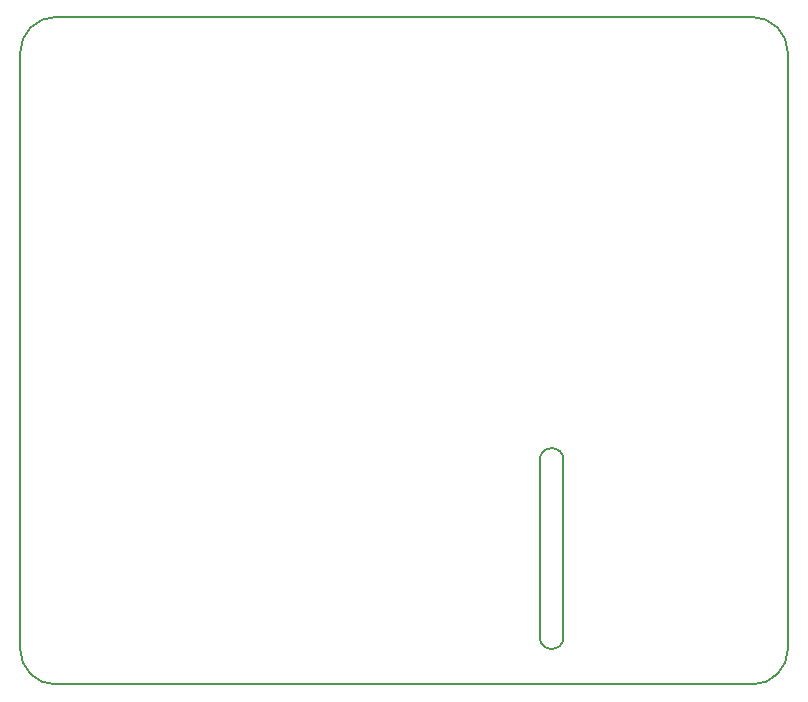
<source format=gbr>
G04 #@! TF.GenerationSoftware,KiCad,Pcbnew,5.0.0-rc2-dev-unknown-41ac458~64~ubuntu17.10.1*
G04 #@! TF.CreationDate,2018-04-19T23:44:08+03:00*
G04 #@! TF.ProjectId,obc-drone-hat,6F62632D64726F6E652D6861742E6B69,rev?*
G04 #@! TF.SameCoordinates,Original*
G04 #@! TF.FileFunction,Profile,NP*
%FSLAX46Y46*%
G04 Gerber Fmt 4.6, Leading zero omitted, Abs format (unit mm)*
G04 Created by KiCad (PCBNEW 5.0.0-rc2-dev-unknown-41ac458~64~ubuntu17.10.1) date Thu Apr 19 23:44:08 2018*
%MOMM*%
%LPD*%
G01*
G04 APERTURE LIST*
%ADD10C,0.150000*%
G04 APERTURE END LIST*
D10*
X176000000Y-136000000D02*
G75*
G02X174000000Y-136000000I-1000000J0D01*
G01*
X174000000Y-121000000D02*
G75*
G02X176000000Y-121000000I1000000J0D01*
G01*
X176000000Y-136000000D02*
X176000000Y-121000000D01*
X174000000Y-136000000D02*
X174000000Y-121000000D01*
X192000000Y-140000000D02*
G75*
G03X195000000Y-137000000I0J3000000D01*
G01*
X130000000Y-137000000D02*
G75*
G03X133000000Y-140000000I3000000J0D01*
G01*
X133000000Y-83500000D02*
G75*
G03X130000000Y-86500000I0J-3000000D01*
G01*
X195000000Y-86500000D02*
G75*
G03X192000000Y-83500000I-3000000J0D01*
G01*
X195000000Y-137000000D02*
X195000000Y-86500000D01*
X133000000Y-140000000D02*
X192000000Y-140000000D01*
X130000000Y-86500000D02*
X130000000Y-137000000D01*
X133000000Y-83500000D02*
X192000000Y-83500000D01*
M02*

</source>
